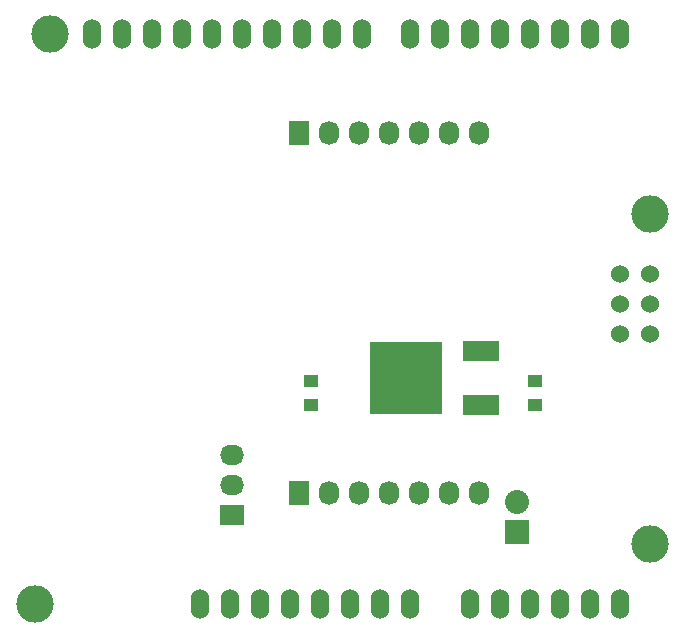
<source format=gbs>
G04 #@! TF.FileFunction,Soldermask,Bot*
%FSLAX46Y46*%
G04 Gerber Fmt 4.6, Leading zero omitted, Abs format (unit mm)*
G04 Created by KiCad (PCBNEW 4.0.1-2.201512121406+6195~38~ubuntu15.10.1-stable) date lun 14 dic 2015 21:42:08 CLT*
%MOMM*%
G01*
G04 APERTURE LIST*
%ADD10C,0.150000*%
%ADD11R,1.250000X1.000000*%
%ADD12O,1.524000X2.540000*%
%ADD13C,3.175000*%
%ADD14C,1.524000*%
%ADD15R,1.727200X2.032000*%
%ADD16O,1.727200X2.032000*%
%ADD17R,2.032000X1.727200*%
%ADD18O,2.032000X1.727200*%
%ADD19R,3.048000X1.651000*%
%ADD20R,6.096000X6.096000*%
%ADD21R,2.032000X2.032000*%
%ADD22O,2.032000X2.032000*%
G04 APERTURE END LIST*
D10*
D11*
X266585700Y-128546100D03*
X266585700Y-126546100D03*
X247662700Y-128546100D03*
X247662700Y-126546100D03*
D12*
X273799300Y-145440400D03*
X271259300Y-145440400D03*
X268719300Y-145440400D03*
X261099300Y-145440400D03*
X263639300Y-145440400D03*
X266179300Y-145440400D03*
X256019300Y-145440400D03*
X253479300Y-145440400D03*
X250939300Y-145440400D03*
X245859300Y-145440400D03*
X243319300Y-145440400D03*
X273799300Y-97180400D03*
X271259300Y-97180400D03*
X268719300Y-97180400D03*
X266179300Y-97180400D03*
X263639300Y-97180400D03*
X261099300Y-97180400D03*
X258559300Y-97180400D03*
X256019300Y-97180400D03*
X251955300Y-97180400D03*
X249415300Y-97180400D03*
X246875300Y-97180400D03*
X244335300Y-97180400D03*
X241795300Y-97180400D03*
X239255300Y-97180400D03*
X236715300Y-97180400D03*
X234175300Y-97180400D03*
X248399300Y-145440400D03*
D13*
X276339300Y-140360400D03*
X276339300Y-112420400D03*
X225539300Y-97180400D03*
X224269300Y-145440400D03*
D12*
X231635300Y-97180400D03*
X229095300Y-97180400D03*
X240779300Y-145440400D03*
X238239300Y-145440400D03*
D14*
X273799300Y-117500400D03*
X276339300Y-117500400D03*
X273799300Y-120040400D03*
X276339300Y-120040400D03*
X273799300Y-122580400D03*
X276339300Y-122580400D03*
D15*
X246618500Y-136055000D03*
D16*
X249158500Y-136055000D03*
X251698500Y-136055000D03*
X254238500Y-136055000D03*
X256778500Y-136055000D03*
X259318500Y-136055000D03*
X261858500Y-136055000D03*
D15*
X246618500Y-105555000D03*
D16*
X249158500Y-105555000D03*
X251698500Y-105555000D03*
X254238500Y-105555000D03*
X256778500Y-105555000D03*
X259318500Y-105555000D03*
X261858500Y-105555000D03*
D17*
X240906300Y-137900000D03*
D18*
X240906300Y-135360000D03*
X240906300Y-132820000D03*
D19*
X261988300Y-123977400D03*
D20*
X255638300Y-126263400D03*
D19*
X261988300Y-128549400D03*
D21*
X265099800Y-139369800D03*
D22*
X265099800Y-136829800D03*
M02*

</source>
